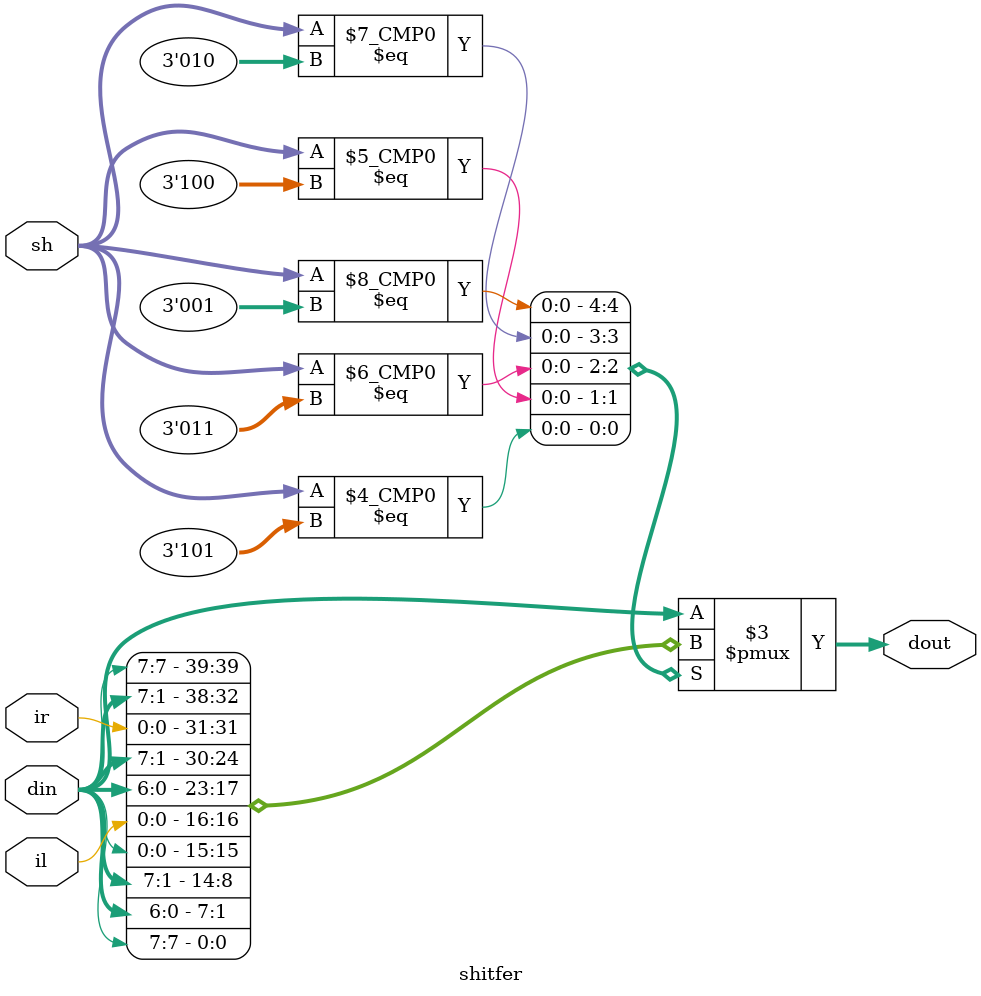
<source format=v>
module shitfer(din,sh,ir,il,dout);
parameter bw=8;
input wire[bw-1:0] din;
input wire[2:0]sh;
input ir,il;
output reg[bw-1:0] dout;


always@*
case (sh)
3'b000: dout=din;
3'b001: dout={din[bw-1],din[bw-1:1]};
3'b010: dout={ir,din[bw-1:1]};
3'b011: dout={din[bw-2:0],il};
3'b100: dout={din[0],din[bw-1:1]};
3'b101: dout={din[bw-2:0],din[bw-1]};
default: dout=din;
endcase
endmodule 
</source>
